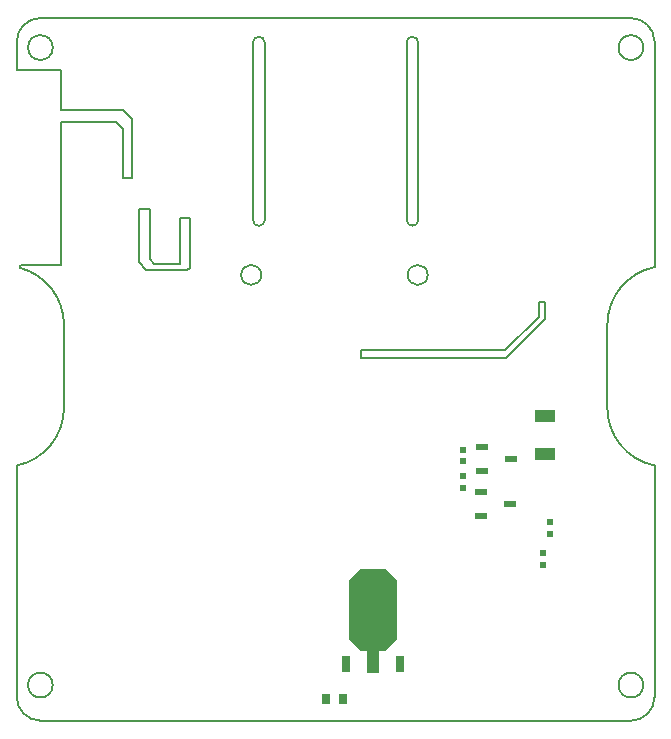
<source format=gbp>
%FSLAX25Y25*%
%MOIN*%
G70*
G01*
G75*
G04 Layer_Color=128*
%ADD10C,0.01000*%
%ADD11C,0.00800*%
%ADD12C,0.03000*%
%ADD13C,0.02000*%
%ADD14C,0.04000*%
%ADD15R,0.11811X0.09843*%
%ADD16O,0.11811X0.09843*%
%ADD17R,0.02362X0.02362*%
%ADD18R,0.03347X0.02756*%
%ADD19R,0.09843X0.09843*%
%ADD20R,0.04724X0.01181*%
%ADD21R,0.01181X0.04724*%
%ADD22R,0.02362X0.02362*%
%ADD23R,0.03937X0.04134*%
%ADD24R,0.04134X0.08661*%
%ADD25R,0.04724X0.04331*%
%ADD26R,0.03543X0.06299*%
G04:AMPARAMS|DCode=27|XSize=21.65mil|YSize=9.84mil|CornerRadius=2.46mil|HoleSize=0mil|Usage=FLASHONLY|Rotation=0.000|XOffset=0mil|YOffset=0mil|HoleType=Round|Shape=RoundedRectangle|*
%AMROUNDEDRECTD27*
21,1,0.02165,0.00492,0,0,0.0*
21,1,0.01673,0.00984,0,0,0.0*
1,1,0.00492,0.00837,-0.00246*
1,1,0.00492,-0.00837,-0.00246*
1,1,0.00492,-0.00837,0.00246*
1,1,0.00492,0.00837,0.00246*
%
%ADD27ROUNDEDRECTD27*%
%ADD28R,0.04331X0.04724*%
%ADD29R,0.13780X0.04724*%
%ADD30R,0.08661X0.11024*%
%ADD31R,0.02756X0.03347*%
%ADD32R,0.07087X0.03937*%
%ADD33R,0.01969X0.03150*%
%ADD34R,0.02200X0.06800*%
%ADD35R,0.05000X0.08200*%
%ADD36R,0.19000X0.05200*%
%ADD37R,0.14100X0.20100*%
%ADD38R,0.19200X0.07300*%
%ADD39C,0.00500*%
%ADD40C,0.06000*%
%ADD41R,0.33465X0.07874*%
%ADD42O,0.06000X0.03000*%
%ADD43R,0.06000X0.03000*%
%ADD44R,0.05906X0.05906*%
%ADD45C,0.05906*%
%ADD46R,0.13780X0.35433*%
%ADD47C,0.02000*%
%ADD48C,0.03000*%
%ADD49C,0.04000*%
%ADD50R,0.03937X0.02362*%
%ADD51R,0.03937X0.07299*%
G04:AMPARAMS|DCode=52|XSize=157.48mil|YSize=275.59mil|CornerRadius=0mil|HoleSize=0mil|Usage=FLASHONLY|Rotation=180.000|XOffset=0mil|YOffset=0mil|HoleType=Round|Shape=Octagon|*
%AMOCTAGOND52*
4,1,8,0.03937,-0.13780,-0.03937,-0.13780,-0.07874,-0.09843,-0.07874,0.09843,-0.03937,0.13780,0.03937,0.13780,0.07874,0.09843,0.07874,-0.09843,0.03937,-0.13780,0.0*
%
%ADD52OCTAGOND52*%

%ADD53R,0.03150X0.05512*%
%ADD54R,0.03150X0.05512*%
%ADD55R,0.27200X0.43300*%
%ADD56R,0.13500X0.48000*%
%ADD57R,0.35700X0.14100*%
%ADD58R,0.14000X0.05900*%
%ADD59R,0.20500X0.07100*%
%ADD60R,0.08100X0.16600*%
%ADD61R,0.42700X0.04000*%
%ADD62R,0.26300X0.10800*%
%ADD63R,0.08500X0.52200*%
%ADD64C,0.06299*%
%ADD65C,0.05906*%
%ADD66C,0.07087*%
%ADD67C,0.01500*%
%ADD68C,0.00591*%
%ADD69C,0.00787*%
%ADD70C,0.00600*%
%ADD71R,0.12611X0.10642*%
%ADD72O,0.12611X0.10642*%
%ADD73R,0.03162X0.03162*%
%ADD74R,0.04147X0.03556*%
%ADD75R,0.10642X0.10642*%
%ADD76R,0.05524X0.01981*%
%ADD77R,0.01981X0.05524*%
%ADD78R,0.03162X0.03162*%
%ADD79R,0.04737X0.04934*%
%ADD80R,0.04934X0.09461*%
%ADD81R,0.05524X0.05131*%
%ADD82R,0.04343X0.07099*%
G04:AMPARAMS|DCode=83|XSize=29.65mil|YSize=17.84mil|CornerRadius=4.46mil|HoleSize=0mil|Usage=FLASHONLY|Rotation=0.000|XOffset=0mil|YOffset=0mil|HoleType=Round|Shape=RoundedRectangle|*
%AMROUNDEDRECTD83*
21,1,0.02965,0.00892,0,0,0.0*
21,1,0.02073,0.01784,0,0,0.0*
1,1,0.00892,0.01037,-0.00446*
1,1,0.00892,-0.01037,-0.00446*
1,1,0.00892,-0.01037,0.00446*
1,1,0.00892,0.01037,0.00446*
%
%ADD83ROUNDEDRECTD83*%
%ADD84R,0.05131X0.05524*%
%ADD85R,0.14579X0.05524*%
%ADD86R,0.09461X0.11824*%
%ADD87R,0.03556X0.04147*%
%ADD88R,0.07887X0.04737*%
%ADD89R,0.02769X0.03950*%
%ADD90C,0.06800*%
%ADD91C,0.06394*%
%ADD92R,0.34265X0.08674*%
%ADD93O,0.06800X0.03800*%
%ADD94R,0.06800X0.03800*%
%ADD95R,0.06706X0.06706*%
%ADD96C,0.06706*%
%ADD97R,0.14579X0.36233*%
%ADD98R,0.13500X0.35600*%
%ADD99R,0.10700X0.39500*%
%ADD100R,0.26800X0.07000*%
%ADD101R,0.04737X0.03162*%
%ADD102R,0.04737X0.08099*%
G04:AMPARAMS|DCode=103|XSize=165.48mil|YSize=283.59mil|CornerRadius=0mil|HoleSize=0mil|Usage=FLASHONLY|Rotation=180.000|XOffset=0mil|YOffset=0mil|HoleType=Round|Shape=Octagon|*
%AMOCTAGOND103*
4,1,8,0.04137,-0.14179,-0.04137,-0.14179,-0.08274,-0.10043,-0.08274,0.10043,-0.04137,0.14179,0.04137,0.14179,0.08274,0.10043,0.08274,-0.10043,0.04137,-0.14179,0.0*
%
%ADD103OCTAGOND103*%

%ADD104R,0.03950X0.06312*%
%ADD105R,0.03950X0.06312*%
%ADD106C,0.07099*%
%ADD107C,0.06299*%
%ADD108C,0.07887*%
D17*
X95101Y74621D02*
D03*
Y70684D02*
D03*
X95201Y61821D02*
D03*
Y65758D02*
D03*
X124200Y46500D02*
D03*
Y50437D02*
D03*
X121800Y40100D02*
D03*
Y36163D02*
D03*
D31*
X49294Y-8400D02*
D03*
X55200D02*
D03*
D32*
X122500Y85895D02*
D03*
Y73100D02*
D03*
D39*
X80160Y210284D02*
G03*
X76223Y210284I-1969J0D01*
G01*
X28979D02*
G03*
X25042Y210284I-1969J0D01*
G01*
Y151229D02*
G03*
X28979Y151229I1969J0D01*
G01*
X-41691Y208661D02*
G03*
X-41691Y208661I-4134J0D01*
G01*
X155160Y-3858D02*
G03*
X155160Y-3858I-4134J0D01*
G01*
X-41691D02*
G03*
X-41691Y-3858I-4134J0D01*
G01*
X-53698Y-7826D02*
G03*
X-45825Y-15700I7874J0D01*
G01*
X151026D02*
G03*
X158900Y-7826I0J7874D01*
G01*
X-53698Y69343D02*
G03*
X-37951Y88631I-3937J19287D01*
G01*
X143152D02*
G03*
X158900Y69343I19685J0D01*
G01*
Y135477D02*
G03*
X143152Y116190I3937J-19287D01*
G01*
X76223Y151229D02*
G03*
X80160Y151229I1969J0D01*
G01*
X27798Y132874D02*
G03*
X27798Y132874I-3347J0D01*
G01*
X83309D02*
G03*
X83309Y132874I-3347J0D01*
G01*
X80160Y210284D02*
G03*
X76223Y210284I-1969J0D01*
G01*
X28979D02*
G03*
X25042Y210284I-1969J0D01*
G01*
Y151229D02*
G03*
X28979Y151229I1969J0D01*
G01*
X-41691Y208661D02*
G03*
X-41691Y208661I-4134J0D01*
G01*
X155160D02*
G03*
X155160Y208661I-4134J0D01*
G01*
X-53698Y-7826D02*
G03*
X-45825Y-15700I7874J0D01*
G01*
X151026D02*
G03*
X158900Y-7826I0J7874D01*
G01*
Y210630D02*
G03*
X151026Y218504I-7874J0D01*
G01*
X-53698Y69343D02*
G03*
X-37951Y88631I-3937J19287D01*
G01*
X143152D02*
G03*
X158900Y69343I19685J0D01*
G01*
Y135477D02*
G03*
X143152Y116190I3937J-19287D01*
G01*
X-37951Y116190D02*
G03*
X-52541Y135204I-19685J0D01*
G01*
X76223Y151229D02*
G03*
X80160Y151229I1969J0D01*
G01*
X-45825Y218504D02*
G03*
X-53698Y210630I0J-7874D01*
G01*
Y201100D02*
Y210630D01*
Y201100D02*
X-39000D01*
X158900Y-7826D02*
Y69343D01*
X143152Y88631D02*
Y116190D01*
X80160Y151229D02*
Y210284D01*
X76223Y151229D02*
Y210284D01*
X28979Y151229D02*
Y210284D01*
X25042Y151229D02*
Y210284D01*
X-37951Y88631D02*
Y116190D01*
X-53698Y-7826D02*
Y69343D01*
X-45825Y218504D02*
X151026D01*
X158900Y-7826D02*
Y69343D01*
Y135477D02*
Y210630D01*
X143152Y88631D02*
Y116190D01*
X80160Y151229D02*
Y210284D01*
X76223Y151229D02*
Y210284D01*
X28979Y151229D02*
Y210284D01*
X25042Y151229D02*
Y210284D01*
X-37951Y88631D02*
Y116190D01*
X61000Y105200D02*
X109400D01*
X122300Y118100D01*
Y124000D01*
X120300D02*
X122300D01*
X120300Y119000D02*
Y124000D01*
X109000Y107700D02*
X120300Y119000D01*
X61000Y107700D02*
X109000D01*
X61000Y105200D02*
Y107700D01*
X-24300Y183900D02*
X-20600D01*
X-18200Y181500D01*
Y165300D02*
Y181500D01*
Y165300D02*
X-15400D01*
Y184900D01*
X-18300Y187800D02*
X-15400Y184900D01*
X-39000Y187800D02*
X-18300D01*
X-39000Y183900D02*
X-24300D01*
X-39000Y187800D02*
Y201100D01*
Y136051D02*
Y183900D01*
X-9300Y138100D02*
Y155000D01*
Y138100D02*
X-7800Y136600D01*
X700D01*
Y151800D01*
X3900D01*
Y135300D02*
Y151800D01*
X3200Y134600D02*
X3900Y135300D01*
X-10500Y134600D02*
X3200D01*
X-13100Y137200D02*
X-10500Y134600D01*
X-13100Y137200D02*
Y155000D01*
X-9300D01*
X-45825Y-15700D02*
X110100D01*
X105412D02*
X151026D01*
X-52541Y135204D02*
Y135714D01*
X-52204Y136051D02*
X-39000D01*
X-52541Y135714D02*
X-52204Y136051D01*
D50*
X101302Y75495D02*
D03*
X111144Y71558D02*
D03*
X101302Y67621D02*
D03*
X100901Y60495D02*
D03*
X110744Y56558D02*
D03*
X100901Y52621D02*
D03*
D51*
X65146Y3914D02*
D03*
D52*
X65201Y21021D02*
D03*
D53*
X56091Y3021D02*
D03*
D54*
X74202D02*
D03*
M02*

</source>
